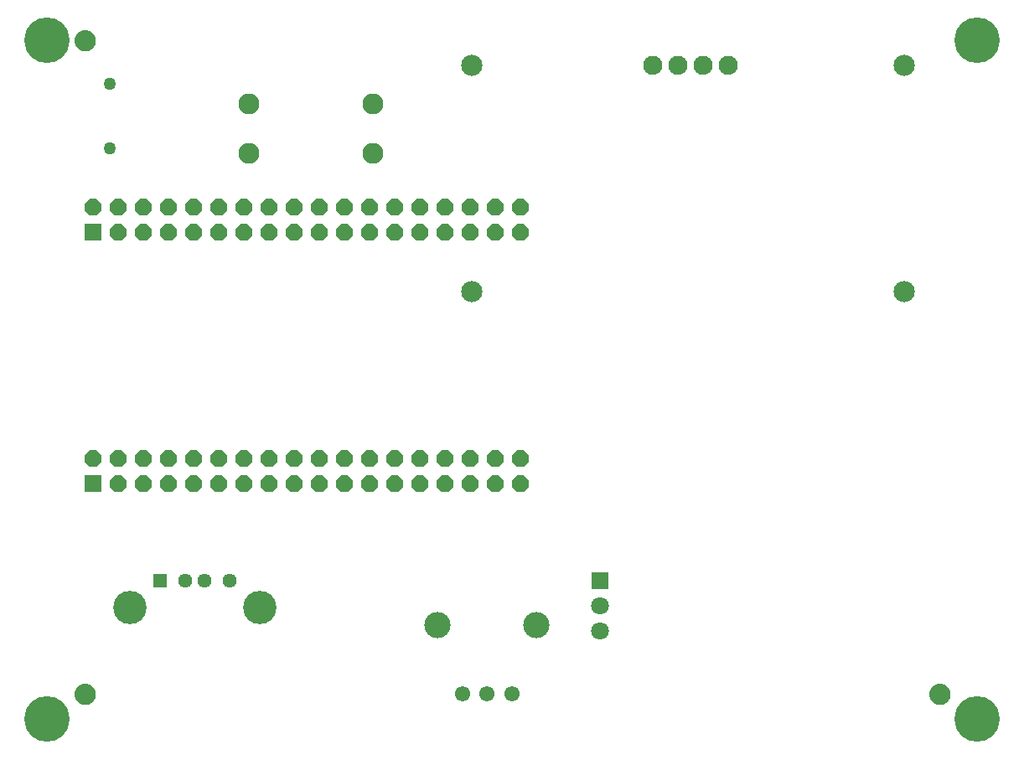
<source format=gbr>
G04 EAGLE Gerber RS-274X export*
G75*
%MOMM*%
%FSLAX34Y34*%
%LPD*%
%INSoldermask Bottom*%
%IPPOS*%
%AMOC8*
5,1,8,0,0,1.08239X$1,22.5*%
G01*
%ADD10R,1.676400X1.676400*%
%ADD11P,1.814519X8X22.500000*%
%ADD12R,1.440400X1.440400*%
%ADD13C,1.440400*%
%ADD14C,3.372400*%
%ADD15R,1.803400X1.803400*%
%ADD16C,1.803400*%
%ADD17C,1.272400*%
%ADD18C,1.552400*%
%ADD19C,2.652400*%
%ADD20C,2.112400*%
%ADD21C,2.152400*%
%ADD22C,1.930400*%
%ADD23C,4.597400*%
%ADD24C,0.609600*%
%ADD25C,1.168400*%


D10*
X84500Y276600D03*
D11*
X84500Y302000D03*
X109900Y276600D03*
X109900Y302000D03*
X135300Y276600D03*
X135300Y302000D03*
X160700Y276600D03*
X160700Y302000D03*
X186100Y276600D03*
X186100Y302000D03*
X211500Y276600D03*
X211500Y302000D03*
X236900Y276600D03*
X236900Y302000D03*
X262300Y276600D03*
X262300Y302000D03*
X287700Y276600D03*
X287700Y302000D03*
X313100Y276600D03*
X313100Y302000D03*
X338500Y276600D03*
X338500Y302000D03*
X363900Y276600D03*
X363900Y302000D03*
X389300Y276600D03*
X389300Y302000D03*
X414700Y276600D03*
X414700Y302000D03*
X440100Y276600D03*
X440100Y302000D03*
X465500Y276600D03*
X465500Y302000D03*
X490900Y276600D03*
X490900Y302000D03*
X516300Y276600D03*
X516300Y302000D03*
D10*
X84500Y530600D03*
D11*
X84500Y556000D03*
X109900Y530600D03*
X109900Y556000D03*
X135300Y530600D03*
X135300Y556000D03*
X160700Y530600D03*
X160700Y556000D03*
X186100Y530600D03*
X186100Y556000D03*
X211500Y530600D03*
X211500Y556000D03*
X236900Y530600D03*
X236900Y556000D03*
X262300Y530600D03*
X262300Y556000D03*
X287700Y530600D03*
X287700Y556000D03*
X313100Y530600D03*
X313100Y556000D03*
X338500Y530600D03*
X338500Y556000D03*
X363900Y530600D03*
X363900Y556000D03*
X389300Y530600D03*
X389300Y556000D03*
X414700Y530600D03*
X414700Y556000D03*
X440100Y530600D03*
X440100Y556000D03*
X465500Y530600D03*
X465500Y556000D03*
X490900Y530600D03*
X490900Y556000D03*
X516300Y530600D03*
X516300Y556000D03*
D12*
X152400Y177800D03*
D13*
X177400Y177800D03*
X197400Y177800D03*
X222400Y177800D03*
D14*
X121700Y150700D03*
X253100Y150700D03*
D15*
X596900Y177800D03*
D16*
X596900Y152400D03*
X596900Y127000D03*
D17*
X101600Y680200D03*
X101600Y615200D03*
D18*
X457600Y63500D03*
X482600Y63500D03*
X507600Y63500D03*
D19*
X432600Y133500D03*
X532600Y133500D03*
D20*
X367300Y660000D03*
X367300Y610000D03*
X242300Y610000D03*
X242300Y660000D03*
D21*
X467360Y469900D03*
X904240Y469900D03*
X467360Y698500D03*
X904240Y698500D03*
D22*
X726440Y698500D03*
X701040Y698500D03*
X675640Y698500D03*
X650240Y698500D03*
D23*
X38100Y38100D03*
X38100Y723900D03*
X977900Y723900D03*
X977900Y38100D03*
D24*
X68580Y723900D02*
X68582Y724087D01*
X68589Y724274D01*
X68601Y724461D01*
X68617Y724647D01*
X68637Y724833D01*
X68662Y725018D01*
X68692Y725203D01*
X68726Y725387D01*
X68765Y725570D01*
X68808Y725752D01*
X68856Y725932D01*
X68908Y726112D01*
X68965Y726290D01*
X69025Y726467D01*
X69091Y726642D01*
X69160Y726816D01*
X69234Y726988D01*
X69312Y727158D01*
X69394Y727326D01*
X69480Y727492D01*
X69570Y727656D01*
X69664Y727817D01*
X69762Y727977D01*
X69864Y728133D01*
X69970Y728288D01*
X70080Y728439D01*
X70193Y728588D01*
X70310Y728734D01*
X70430Y728877D01*
X70554Y729017D01*
X70681Y729154D01*
X70812Y729288D01*
X70946Y729419D01*
X71083Y729546D01*
X71223Y729670D01*
X71366Y729790D01*
X71512Y729907D01*
X71661Y730020D01*
X71812Y730130D01*
X71967Y730236D01*
X72123Y730338D01*
X72283Y730436D01*
X72444Y730530D01*
X72608Y730620D01*
X72774Y730706D01*
X72942Y730788D01*
X73112Y730866D01*
X73284Y730940D01*
X73458Y731009D01*
X73633Y731075D01*
X73810Y731135D01*
X73988Y731192D01*
X74168Y731244D01*
X74348Y731292D01*
X74530Y731335D01*
X74713Y731374D01*
X74897Y731408D01*
X75082Y731438D01*
X75267Y731463D01*
X75453Y731483D01*
X75639Y731499D01*
X75826Y731511D01*
X76013Y731518D01*
X76200Y731520D01*
X76387Y731518D01*
X76574Y731511D01*
X76761Y731499D01*
X76947Y731483D01*
X77133Y731463D01*
X77318Y731438D01*
X77503Y731408D01*
X77687Y731374D01*
X77870Y731335D01*
X78052Y731292D01*
X78232Y731244D01*
X78412Y731192D01*
X78590Y731135D01*
X78767Y731075D01*
X78942Y731009D01*
X79116Y730940D01*
X79288Y730866D01*
X79458Y730788D01*
X79626Y730706D01*
X79792Y730620D01*
X79956Y730530D01*
X80117Y730436D01*
X80277Y730338D01*
X80433Y730236D01*
X80588Y730130D01*
X80739Y730020D01*
X80888Y729907D01*
X81034Y729790D01*
X81177Y729670D01*
X81317Y729546D01*
X81454Y729419D01*
X81588Y729288D01*
X81719Y729154D01*
X81846Y729017D01*
X81970Y728877D01*
X82090Y728734D01*
X82207Y728588D01*
X82320Y728439D01*
X82430Y728288D01*
X82536Y728133D01*
X82638Y727977D01*
X82736Y727817D01*
X82830Y727656D01*
X82920Y727492D01*
X83006Y727326D01*
X83088Y727158D01*
X83166Y726988D01*
X83240Y726816D01*
X83309Y726642D01*
X83375Y726467D01*
X83435Y726290D01*
X83492Y726112D01*
X83544Y725932D01*
X83592Y725752D01*
X83635Y725570D01*
X83674Y725387D01*
X83708Y725203D01*
X83738Y725018D01*
X83763Y724833D01*
X83783Y724647D01*
X83799Y724461D01*
X83811Y724274D01*
X83818Y724087D01*
X83820Y723900D01*
X83818Y723713D01*
X83811Y723526D01*
X83799Y723339D01*
X83783Y723153D01*
X83763Y722967D01*
X83738Y722782D01*
X83708Y722597D01*
X83674Y722413D01*
X83635Y722230D01*
X83592Y722048D01*
X83544Y721868D01*
X83492Y721688D01*
X83435Y721510D01*
X83375Y721333D01*
X83309Y721158D01*
X83240Y720984D01*
X83166Y720812D01*
X83088Y720642D01*
X83006Y720474D01*
X82920Y720308D01*
X82830Y720144D01*
X82736Y719983D01*
X82638Y719823D01*
X82536Y719667D01*
X82430Y719512D01*
X82320Y719361D01*
X82207Y719212D01*
X82090Y719066D01*
X81970Y718923D01*
X81846Y718783D01*
X81719Y718646D01*
X81588Y718512D01*
X81454Y718381D01*
X81317Y718254D01*
X81177Y718130D01*
X81034Y718010D01*
X80888Y717893D01*
X80739Y717780D01*
X80588Y717670D01*
X80433Y717564D01*
X80277Y717462D01*
X80117Y717364D01*
X79956Y717270D01*
X79792Y717180D01*
X79626Y717094D01*
X79458Y717012D01*
X79288Y716934D01*
X79116Y716860D01*
X78942Y716791D01*
X78767Y716725D01*
X78590Y716665D01*
X78412Y716608D01*
X78232Y716556D01*
X78052Y716508D01*
X77870Y716465D01*
X77687Y716426D01*
X77503Y716392D01*
X77318Y716362D01*
X77133Y716337D01*
X76947Y716317D01*
X76761Y716301D01*
X76574Y716289D01*
X76387Y716282D01*
X76200Y716280D01*
X76013Y716282D01*
X75826Y716289D01*
X75639Y716301D01*
X75453Y716317D01*
X75267Y716337D01*
X75082Y716362D01*
X74897Y716392D01*
X74713Y716426D01*
X74530Y716465D01*
X74348Y716508D01*
X74168Y716556D01*
X73988Y716608D01*
X73810Y716665D01*
X73633Y716725D01*
X73458Y716791D01*
X73284Y716860D01*
X73112Y716934D01*
X72942Y717012D01*
X72774Y717094D01*
X72608Y717180D01*
X72444Y717270D01*
X72283Y717364D01*
X72123Y717462D01*
X71967Y717564D01*
X71812Y717670D01*
X71661Y717780D01*
X71512Y717893D01*
X71366Y718010D01*
X71223Y718130D01*
X71083Y718254D01*
X70946Y718381D01*
X70812Y718512D01*
X70681Y718646D01*
X70554Y718783D01*
X70430Y718923D01*
X70310Y719066D01*
X70193Y719212D01*
X70080Y719361D01*
X69970Y719512D01*
X69864Y719667D01*
X69762Y719823D01*
X69664Y719983D01*
X69570Y720144D01*
X69480Y720308D01*
X69394Y720474D01*
X69312Y720642D01*
X69234Y720812D01*
X69160Y720984D01*
X69091Y721158D01*
X69025Y721333D01*
X68965Y721510D01*
X68908Y721688D01*
X68856Y721868D01*
X68808Y722048D01*
X68765Y722230D01*
X68726Y722413D01*
X68692Y722597D01*
X68662Y722782D01*
X68637Y722967D01*
X68617Y723153D01*
X68601Y723339D01*
X68589Y723526D01*
X68582Y723713D01*
X68580Y723900D01*
D25*
X76200Y723900D03*
D24*
X68580Y63500D02*
X68582Y63687D01*
X68589Y63874D01*
X68601Y64061D01*
X68617Y64247D01*
X68637Y64433D01*
X68662Y64618D01*
X68692Y64803D01*
X68726Y64987D01*
X68765Y65170D01*
X68808Y65352D01*
X68856Y65532D01*
X68908Y65712D01*
X68965Y65890D01*
X69025Y66067D01*
X69091Y66242D01*
X69160Y66416D01*
X69234Y66588D01*
X69312Y66758D01*
X69394Y66926D01*
X69480Y67092D01*
X69570Y67256D01*
X69664Y67417D01*
X69762Y67577D01*
X69864Y67733D01*
X69970Y67888D01*
X70080Y68039D01*
X70193Y68188D01*
X70310Y68334D01*
X70430Y68477D01*
X70554Y68617D01*
X70681Y68754D01*
X70812Y68888D01*
X70946Y69019D01*
X71083Y69146D01*
X71223Y69270D01*
X71366Y69390D01*
X71512Y69507D01*
X71661Y69620D01*
X71812Y69730D01*
X71967Y69836D01*
X72123Y69938D01*
X72283Y70036D01*
X72444Y70130D01*
X72608Y70220D01*
X72774Y70306D01*
X72942Y70388D01*
X73112Y70466D01*
X73284Y70540D01*
X73458Y70609D01*
X73633Y70675D01*
X73810Y70735D01*
X73988Y70792D01*
X74168Y70844D01*
X74348Y70892D01*
X74530Y70935D01*
X74713Y70974D01*
X74897Y71008D01*
X75082Y71038D01*
X75267Y71063D01*
X75453Y71083D01*
X75639Y71099D01*
X75826Y71111D01*
X76013Y71118D01*
X76200Y71120D01*
X76387Y71118D01*
X76574Y71111D01*
X76761Y71099D01*
X76947Y71083D01*
X77133Y71063D01*
X77318Y71038D01*
X77503Y71008D01*
X77687Y70974D01*
X77870Y70935D01*
X78052Y70892D01*
X78232Y70844D01*
X78412Y70792D01*
X78590Y70735D01*
X78767Y70675D01*
X78942Y70609D01*
X79116Y70540D01*
X79288Y70466D01*
X79458Y70388D01*
X79626Y70306D01*
X79792Y70220D01*
X79956Y70130D01*
X80117Y70036D01*
X80277Y69938D01*
X80433Y69836D01*
X80588Y69730D01*
X80739Y69620D01*
X80888Y69507D01*
X81034Y69390D01*
X81177Y69270D01*
X81317Y69146D01*
X81454Y69019D01*
X81588Y68888D01*
X81719Y68754D01*
X81846Y68617D01*
X81970Y68477D01*
X82090Y68334D01*
X82207Y68188D01*
X82320Y68039D01*
X82430Y67888D01*
X82536Y67733D01*
X82638Y67577D01*
X82736Y67417D01*
X82830Y67256D01*
X82920Y67092D01*
X83006Y66926D01*
X83088Y66758D01*
X83166Y66588D01*
X83240Y66416D01*
X83309Y66242D01*
X83375Y66067D01*
X83435Y65890D01*
X83492Y65712D01*
X83544Y65532D01*
X83592Y65352D01*
X83635Y65170D01*
X83674Y64987D01*
X83708Y64803D01*
X83738Y64618D01*
X83763Y64433D01*
X83783Y64247D01*
X83799Y64061D01*
X83811Y63874D01*
X83818Y63687D01*
X83820Y63500D01*
X83818Y63313D01*
X83811Y63126D01*
X83799Y62939D01*
X83783Y62753D01*
X83763Y62567D01*
X83738Y62382D01*
X83708Y62197D01*
X83674Y62013D01*
X83635Y61830D01*
X83592Y61648D01*
X83544Y61468D01*
X83492Y61288D01*
X83435Y61110D01*
X83375Y60933D01*
X83309Y60758D01*
X83240Y60584D01*
X83166Y60412D01*
X83088Y60242D01*
X83006Y60074D01*
X82920Y59908D01*
X82830Y59744D01*
X82736Y59583D01*
X82638Y59423D01*
X82536Y59267D01*
X82430Y59112D01*
X82320Y58961D01*
X82207Y58812D01*
X82090Y58666D01*
X81970Y58523D01*
X81846Y58383D01*
X81719Y58246D01*
X81588Y58112D01*
X81454Y57981D01*
X81317Y57854D01*
X81177Y57730D01*
X81034Y57610D01*
X80888Y57493D01*
X80739Y57380D01*
X80588Y57270D01*
X80433Y57164D01*
X80277Y57062D01*
X80117Y56964D01*
X79956Y56870D01*
X79792Y56780D01*
X79626Y56694D01*
X79458Y56612D01*
X79288Y56534D01*
X79116Y56460D01*
X78942Y56391D01*
X78767Y56325D01*
X78590Y56265D01*
X78412Y56208D01*
X78232Y56156D01*
X78052Y56108D01*
X77870Y56065D01*
X77687Y56026D01*
X77503Y55992D01*
X77318Y55962D01*
X77133Y55937D01*
X76947Y55917D01*
X76761Y55901D01*
X76574Y55889D01*
X76387Y55882D01*
X76200Y55880D01*
X76013Y55882D01*
X75826Y55889D01*
X75639Y55901D01*
X75453Y55917D01*
X75267Y55937D01*
X75082Y55962D01*
X74897Y55992D01*
X74713Y56026D01*
X74530Y56065D01*
X74348Y56108D01*
X74168Y56156D01*
X73988Y56208D01*
X73810Y56265D01*
X73633Y56325D01*
X73458Y56391D01*
X73284Y56460D01*
X73112Y56534D01*
X72942Y56612D01*
X72774Y56694D01*
X72608Y56780D01*
X72444Y56870D01*
X72283Y56964D01*
X72123Y57062D01*
X71967Y57164D01*
X71812Y57270D01*
X71661Y57380D01*
X71512Y57493D01*
X71366Y57610D01*
X71223Y57730D01*
X71083Y57854D01*
X70946Y57981D01*
X70812Y58112D01*
X70681Y58246D01*
X70554Y58383D01*
X70430Y58523D01*
X70310Y58666D01*
X70193Y58812D01*
X70080Y58961D01*
X69970Y59112D01*
X69864Y59267D01*
X69762Y59423D01*
X69664Y59583D01*
X69570Y59744D01*
X69480Y59908D01*
X69394Y60074D01*
X69312Y60242D01*
X69234Y60412D01*
X69160Y60584D01*
X69091Y60758D01*
X69025Y60933D01*
X68965Y61110D01*
X68908Y61288D01*
X68856Y61468D01*
X68808Y61648D01*
X68765Y61830D01*
X68726Y62013D01*
X68692Y62197D01*
X68662Y62382D01*
X68637Y62567D01*
X68617Y62753D01*
X68601Y62939D01*
X68589Y63126D01*
X68582Y63313D01*
X68580Y63500D01*
D25*
X76200Y63500D03*
D24*
X932180Y63500D02*
X932182Y63687D01*
X932189Y63874D01*
X932201Y64061D01*
X932217Y64247D01*
X932237Y64433D01*
X932262Y64618D01*
X932292Y64803D01*
X932326Y64987D01*
X932365Y65170D01*
X932408Y65352D01*
X932456Y65532D01*
X932508Y65712D01*
X932565Y65890D01*
X932625Y66067D01*
X932691Y66242D01*
X932760Y66416D01*
X932834Y66588D01*
X932912Y66758D01*
X932994Y66926D01*
X933080Y67092D01*
X933170Y67256D01*
X933264Y67417D01*
X933362Y67577D01*
X933464Y67733D01*
X933570Y67888D01*
X933680Y68039D01*
X933793Y68188D01*
X933910Y68334D01*
X934030Y68477D01*
X934154Y68617D01*
X934281Y68754D01*
X934412Y68888D01*
X934546Y69019D01*
X934683Y69146D01*
X934823Y69270D01*
X934966Y69390D01*
X935112Y69507D01*
X935261Y69620D01*
X935412Y69730D01*
X935567Y69836D01*
X935723Y69938D01*
X935883Y70036D01*
X936044Y70130D01*
X936208Y70220D01*
X936374Y70306D01*
X936542Y70388D01*
X936712Y70466D01*
X936884Y70540D01*
X937058Y70609D01*
X937233Y70675D01*
X937410Y70735D01*
X937588Y70792D01*
X937768Y70844D01*
X937948Y70892D01*
X938130Y70935D01*
X938313Y70974D01*
X938497Y71008D01*
X938682Y71038D01*
X938867Y71063D01*
X939053Y71083D01*
X939239Y71099D01*
X939426Y71111D01*
X939613Y71118D01*
X939800Y71120D01*
X939987Y71118D01*
X940174Y71111D01*
X940361Y71099D01*
X940547Y71083D01*
X940733Y71063D01*
X940918Y71038D01*
X941103Y71008D01*
X941287Y70974D01*
X941470Y70935D01*
X941652Y70892D01*
X941832Y70844D01*
X942012Y70792D01*
X942190Y70735D01*
X942367Y70675D01*
X942542Y70609D01*
X942716Y70540D01*
X942888Y70466D01*
X943058Y70388D01*
X943226Y70306D01*
X943392Y70220D01*
X943556Y70130D01*
X943717Y70036D01*
X943877Y69938D01*
X944033Y69836D01*
X944188Y69730D01*
X944339Y69620D01*
X944488Y69507D01*
X944634Y69390D01*
X944777Y69270D01*
X944917Y69146D01*
X945054Y69019D01*
X945188Y68888D01*
X945319Y68754D01*
X945446Y68617D01*
X945570Y68477D01*
X945690Y68334D01*
X945807Y68188D01*
X945920Y68039D01*
X946030Y67888D01*
X946136Y67733D01*
X946238Y67577D01*
X946336Y67417D01*
X946430Y67256D01*
X946520Y67092D01*
X946606Y66926D01*
X946688Y66758D01*
X946766Y66588D01*
X946840Y66416D01*
X946909Y66242D01*
X946975Y66067D01*
X947035Y65890D01*
X947092Y65712D01*
X947144Y65532D01*
X947192Y65352D01*
X947235Y65170D01*
X947274Y64987D01*
X947308Y64803D01*
X947338Y64618D01*
X947363Y64433D01*
X947383Y64247D01*
X947399Y64061D01*
X947411Y63874D01*
X947418Y63687D01*
X947420Y63500D01*
X947418Y63313D01*
X947411Y63126D01*
X947399Y62939D01*
X947383Y62753D01*
X947363Y62567D01*
X947338Y62382D01*
X947308Y62197D01*
X947274Y62013D01*
X947235Y61830D01*
X947192Y61648D01*
X947144Y61468D01*
X947092Y61288D01*
X947035Y61110D01*
X946975Y60933D01*
X946909Y60758D01*
X946840Y60584D01*
X946766Y60412D01*
X946688Y60242D01*
X946606Y60074D01*
X946520Y59908D01*
X946430Y59744D01*
X946336Y59583D01*
X946238Y59423D01*
X946136Y59267D01*
X946030Y59112D01*
X945920Y58961D01*
X945807Y58812D01*
X945690Y58666D01*
X945570Y58523D01*
X945446Y58383D01*
X945319Y58246D01*
X945188Y58112D01*
X945054Y57981D01*
X944917Y57854D01*
X944777Y57730D01*
X944634Y57610D01*
X944488Y57493D01*
X944339Y57380D01*
X944188Y57270D01*
X944033Y57164D01*
X943877Y57062D01*
X943717Y56964D01*
X943556Y56870D01*
X943392Y56780D01*
X943226Y56694D01*
X943058Y56612D01*
X942888Y56534D01*
X942716Y56460D01*
X942542Y56391D01*
X942367Y56325D01*
X942190Y56265D01*
X942012Y56208D01*
X941832Y56156D01*
X941652Y56108D01*
X941470Y56065D01*
X941287Y56026D01*
X941103Y55992D01*
X940918Y55962D01*
X940733Y55937D01*
X940547Y55917D01*
X940361Y55901D01*
X940174Y55889D01*
X939987Y55882D01*
X939800Y55880D01*
X939613Y55882D01*
X939426Y55889D01*
X939239Y55901D01*
X939053Y55917D01*
X938867Y55937D01*
X938682Y55962D01*
X938497Y55992D01*
X938313Y56026D01*
X938130Y56065D01*
X937948Y56108D01*
X937768Y56156D01*
X937588Y56208D01*
X937410Y56265D01*
X937233Y56325D01*
X937058Y56391D01*
X936884Y56460D01*
X936712Y56534D01*
X936542Y56612D01*
X936374Y56694D01*
X936208Y56780D01*
X936044Y56870D01*
X935883Y56964D01*
X935723Y57062D01*
X935567Y57164D01*
X935412Y57270D01*
X935261Y57380D01*
X935112Y57493D01*
X934966Y57610D01*
X934823Y57730D01*
X934683Y57854D01*
X934546Y57981D01*
X934412Y58112D01*
X934281Y58246D01*
X934154Y58383D01*
X934030Y58523D01*
X933910Y58666D01*
X933793Y58812D01*
X933680Y58961D01*
X933570Y59112D01*
X933464Y59267D01*
X933362Y59423D01*
X933264Y59583D01*
X933170Y59744D01*
X933080Y59908D01*
X932994Y60074D01*
X932912Y60242D01*
X932834Y60412D01*
X932760Y60584D01*
X932691Y60758D01*
X932625Y60933D01*
X932565Y61110D01*
X932508Y61288D01*
X932456Y61468D01*
X932408Y61648D01*
X932365Y61830D01*
X932326Y62013D01*
X932292Y62197D01*
X932262Y62382D01*
X932237Y62567D01*
X932217Y62753D01*
X932201Y62939D01*
X932189Y63126D01*
X932182Y63313D01*
X932180Y63500D01*
D25*
X939800Y63500D03*
M02*

</source>
